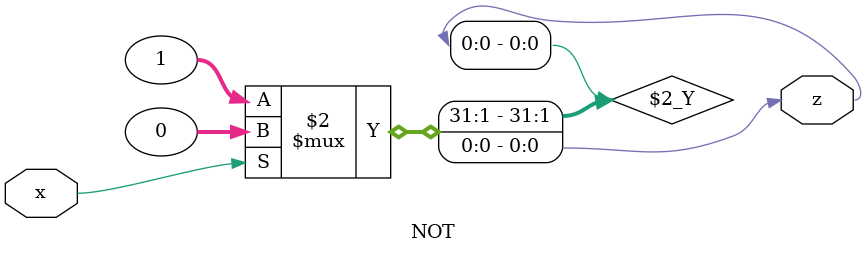
<source format=v>
/**
 *
 * File:    NOT.v
 *          Porta logica che inverte il segnale in ingresso.
 *          Questa porta logica ha un solo ingresso ed una uscita che sara' 1 se
 *          l'ingresso e' 0 o 0 se l'ingresso e' 1.
 *          
 *          Segue la tavola di verità:
 *
 *          |----------------|
 *          | INPUT | OUTPUT |
 *          |----------------|
 *          |   A   |  NOT A |
 *          |----------------|
 *          |   0   |    1   |
 *          |   1   |    0   |
 *          |----------------|
 *
 * Author:  Rambod Rahmani <rambodrahmani@autistici.org>
 *          Created on 18/04/2019.
 *
 */

module NOT(x, z);
    input x;
    output z;

    assign z = (x == 0)?1:0;
    
    // equivalentemente potevamo scrivere
    // assign z = ~x;
endmodule


</source>
